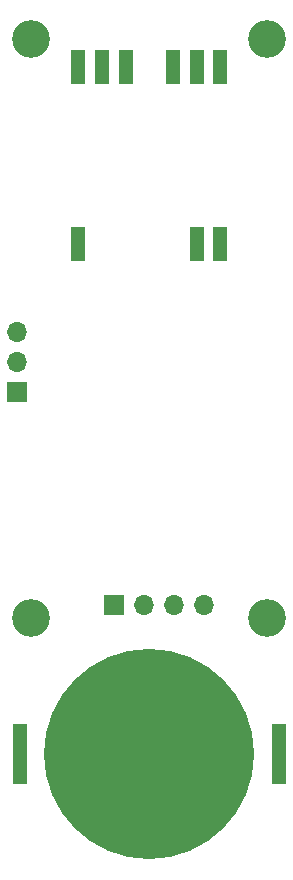
<source format=gbr>
G04 #@! TF.GenerationSoftware,KiCad,Pcbnew,5.1.8-db9833491~87~ubuntu20.04.1*
G04 #@! TF.CreationDate,2020-11-19T21:04:05-07:00*
G04 #@! TF.ProjectId,remote,72656d6f-7465-42e6-9b69-6361645f7063,rev?*
G04 #@! TF.SameCoordinates,Original*
G04 #@! TF.FileFunction,Soldermask,Bot*
G04 #@! TF.FilePolarity,Negative*
%FSLAX46Y46*%
G04 Gerber Fmt 4.6, Leading zero omitted, Abs format (unit mm)*
G04 Created by KiCad (PCBNEW 5.1.8-db9833491~87~ubuntu20.04.1) date 2020-11-19 21:04:05*
%MOMM*%
%LPD*%
G01*
G04 APERTURE LIST*
%ADD10O,1.700000X1.700000*%
%ADD11R,1.700000X1.700000*%
%ADD12C,3.200000*%
%ADD13R,1.270000X5.080000*%
%ADD14C,17.800000*%
%ADD15R,1.198880X2.999740*%
G04 APERTURE END LIST*
D10*
X35800000Y-71320000D03*
X35800000Y-73860000D03*
D11*
X35800000Y-76400000D03*
D12*
X57000000Y-95500000D03*
X37000000Y-95500000D03*
X57000000Y-46500000D03*
X37000000Y-46500000D03*
D13*
X57985000Y-107000000D03*
X36015000Y-107000000D03*
D14*
X47000000Y-107000000D03*
D15*
X41000520Y-63798080D03*
X50997960Y-63798080D03*
X52999480Y-63798080D03*
X52999480Y-48801920D03*
X50997960Y-48801920D03*
X48998980Y-48801920D03*
X45001020Y-48801920D03*
X43002040Y-48801920D03*
X41000520Y-48801920D03*
D10*
X51620000Y-94400000D03*
X49080000Y-94400000D03*
X46540000Y-94400000D03*
D11*
X44000000Y-94400000D03*
M02*

</source>
